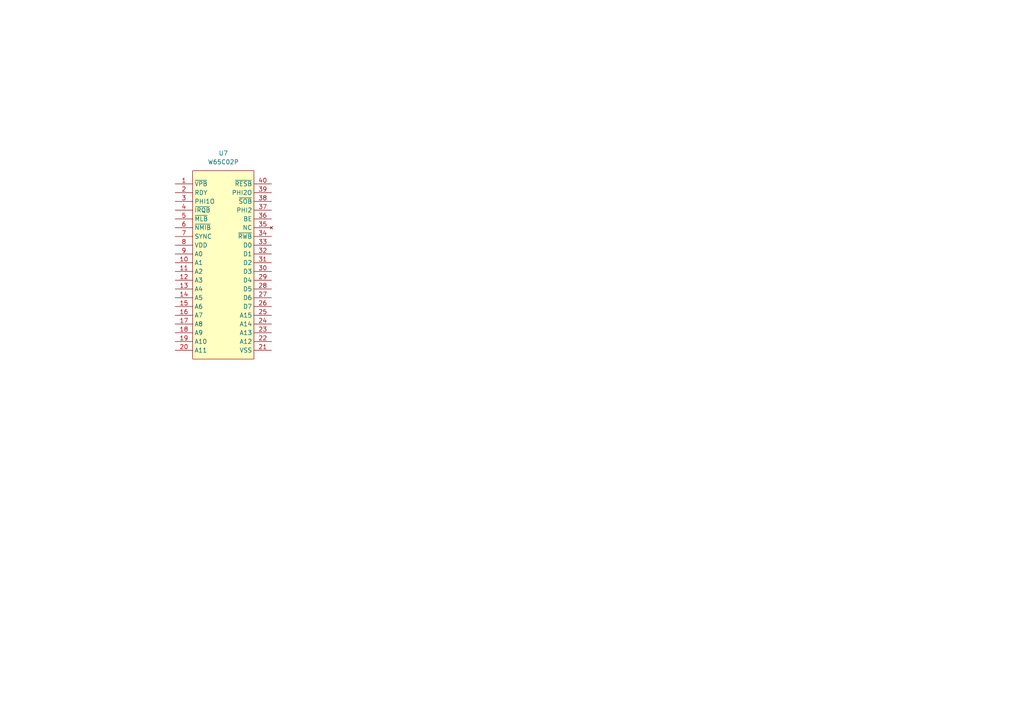
<source format=kicad_sch>
(kicad_sch (version 20230121) (generator eeschema)
  (paper "A4")
  (lib_symbols
    (symbol "IC:W65C02P"
      (property "Reference" "U" (at 0 0 0))
      (property "Value" "W65C02P" (at 16.51 0 0))
      (symbol "W65C02P_0_1"
        (rectangle (start 0 -1.27) (end 17.78 -55.88) (fill (type background)))
      )
      (symbol "W65C02P_1_1"
        (pin output line (at -5.08 -5.08 0) (length 5.08) (name "~{VPB}") (number "1"))
        (pin output line (at -5.08 -27.94 0) (length 5.08) (name "A1") (number "10"))
        (pin output line (at -5.08 -30.48 0) (length 5.08) (name "A2") (number "11"))
        (pin output line (at -5.08 -33.02 0) (length 5.08) (name "A3") (number "12"))
        (pin output line (at -5.08 -35.56 0) (length 5.08) (name "A4") (number "13"))
        (pin output line (at -5.08 -38.1 0) (length 5.08) (name "A5") (number "14"))
        (pin output line (at -5.08 -40.64 0) (length 5.08) (name "A6") (number "15"))
        (pin output line (at -5.08 -43.18 0) (length 5.08) (name "A7") (number "16"))
        (pin output line (at -5.08 -45.72 0) (length 5.08) (name "A8") (number "17"))
        (pin output line (at -5.08 -48.26 0) (length 5.08) (name "A9") (number "18"))
        (pin output line (at -5.08 -50.8 0) (length 5.08) (name "A10") (number "19"))
        (pin input line (at -5.08 -7.62 0) (length 5.08) (name "RDY") (number "2"))
        (pin output line (at -5.08 -53.34 0) (length 5.08) (name "A11") (number "20"))
        (pin input line (at 22.86 -53.34 180) (length 5.08) (name "VSS") (number "21"))
        (pin output line (at 22.86 -50.8 180) (length 5.08) (name "A12") (number "22"))
        (pin output line (at 22.86 -48.26 180) (length 5.08) (name "A13") (number "23"))
        (pin output line (at 22.86 -45.72 180) (length 5.08) (name "A14") (number "24"))
        (pin output line (at 22.86 -43.18 180) (length 5.08) (name "A15") (number "25"))
        (pin bidirectional line (at 22.86 -40.64 180) (length 5.08) (name "D7") (number "26"))
        (pin bidirectional line (at 22.86 -38.1 180) (length 5.08) (name "D6") (number "27"))
        (pin bidirectional line (at 22.86 -35.56 180) (length 5.08) (name "D5") (number "28"))
        (pin bidirectional line (at 22.86 -33.02 180) (length 5.08) (name "D4") (number "29"))
        (pin output line (at -5.08 -10.16 0) (length 5.08) (name "PHI1O") (number "3"))
        (pin bidirectional line (at 22.86 -30.48 180) (length 5.08) (name "D3") (number "30"))
        (pin bidirectional line (at 22.86 -27.94 180) (length 5.08) (name "D2") (number "31"))
        (pin bidirectional line (at 22.86 -25.4 180) (length 5.08) (name "D1") (number "32"))
        (pin bidirectional line (at 22.86 -22.86 180) (length 5.08) (name "D0") (number "33"))
        (pin output line (at 22.86 -20.32 180) (length 5.08) (name "~{RWB}") (number "34"))
        (pin no_connect line (at 22.86 -17.78 180) (length 5.08) (name "NC") (number "35"))
        (pin input line (at 22.86 -15.24 180) (length 5.08) (name "BE") (number "36"))
        (pin input line (at 22.86 -12.7 180) (length 5.08) (name "PHI2") (number "37"))
        (pin input line (at 22.86 -10.16 180) (length 5.08) (name "~{SOB}") (number "38"))
        (pin output line (at 22.86 -7.62 180) (length 5.08) (name "PHI2O") (number "39"))
        (pin input line (at -5.08 -12.7 0) (length 5.08) (name "~{IRQB}") (number "4"))
        (pin input line (at 22.86 -5.08 180) (length 5.08) (name "~{RESB}") (number "40"))
        (pin output line (at -5.08 -15.24 0) (length 5.08) (name "~{MLB}") (number "5"))
        (pin input line (at -5.08 -17.78 0) (length 5.08) (name "~{NMIB}") (number "6"))
        (pin output line (at -5.08 -20.32 0) (length 5.08) (name "SYNC") (number "7"))
        (pin power_in line (at -5.08 -22.86 0) (length 5.08) (name "VDD") (number "8"))
        (pin output line (at -5.08 -25.4 0) (length 5.08) (name "A0") (number "9"))
      )
    )
  )
  (symbol (lib_id "IC:W65C02P") (at 55.88 48.26 0) (unit 1)
    (property "Reference" "U7" (at 64.77 44.45 0))
    (property "Value" "W65C02P" (at 64.77 46.99 0))
    (property "Footprint" "Package_DIP:DIP-40_W15.24mm_Socket_LongPads" (effects hide))
    (property "Datasheet" "https://www.westerndesigncenter.com/wdc/documentation/w65c02s.pdf" (effects hide))
  )
)
</source>
